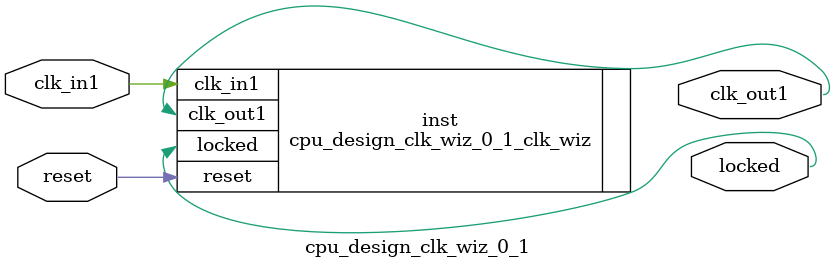
<source format=v>


`timescale 1ps/1ps

(* CORE_GENERATION_INFO = "cpu_design_clk_wiz_0_1,clk_wiz_v6_0_3_0_0,{component_name=cpu_design_clk_wiz_0_1,use_phase_alignment=true,use_min_o_jitter=false,use_max_i_jitter=false,use_dyn_phase_shift=false,use_inclk_switchover=false,use_dyn_reconfig=false,enable_axi=0,feedback_source=FDBK_AUTO,PRIMITIVE=MMCM,num_out_clk=1,clkin1_period=20.000,clkin2_period=10.0,use_power_down=false,use_reset=true,use_locked=true,use_inclk_stopped=false,feedback_type=SINGLE,CLOCK_MGR_TYPE=NA,manual_override=false}" *)

module cpu_design_clk_wiz_0_1 
 (
  // Clock out ports
  output        clk_out1,
  // Status and control signals
  input         reset,
  output        locked,
 // Clock in ports
  input         clk_in1
 );

  cpu_design_clk_wiz_0_1_clk_wiz inst
  (
  // Clock out ports  
  .clk_out1(clk_out1),
  // Status and control signals               
  .reset(reset), 
  .locked(locked),
 // Clock in ports
  .clk_in1(clk_in1)
  );

endmodule

</source>
